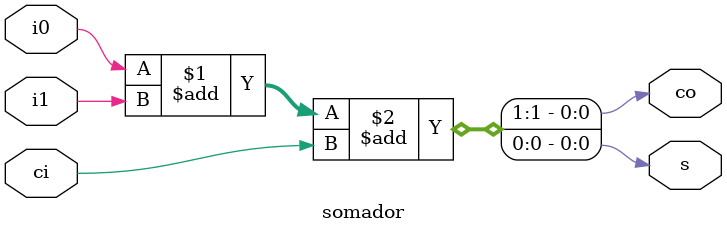
<source format=v>
module somador(i0, i1, ci, s, co);

	input i0, i1, ci;
	output s, co;

	assign	{co,s} = i0 + i1 + ci;

endmodule
</source>
